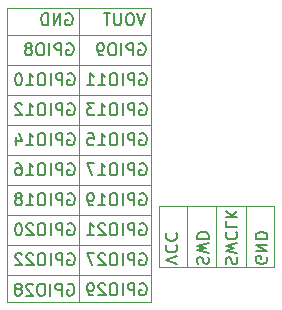
<source format=gbr>
%TF.GenerationSoftware,KiCad,Pcbnew,(5.1.9)-1*%
%TF.CreationDate,2021-09-09T09:31:17+08:00*%
%TF.ProjectId,RP2040,52503230-3430-42e6-9b69-6361645f7063,rev?*%
%TF.SameCoordinates,Original*%
%TF.FileFunction,Legend,Bot*%
%TF.FilePolarity,Positive*%
%FSLAX46Y46*%
G04 Gerber Fmt 4.6, Leading zero omitted, Abs format (unit mm)*
G04 Created by KiCad (PCBNEW (5.1.9)-1) date 2021-09-09 09:31:17*
%MOMM*%
%LPD*%
G01*
G04 APERTURE LIST*
%ADD10C,0.120000*%
%ADD11C,0.150000*%
G04 APERTURE END LIST*
D10*
X152400000Y-93218000D02*
X152400000Y-98425000D01*
X149860000Y-93218000D02*
X149860000Y-98425000D01*
X147447000Y-98425000D02*
X147447000Y-93218000D01*
X145034000Y-93218000D02*
X145034000Y-98425000D01*
X154813000Y-93218000D02*
X145034000Y-93218000D01*
X154813000Y-98425000D02*
X154813000Y-93218000D01*
X145034000Y-98425000D02*
X154813000Y-98425000D01*
D11*
X154170000Y-97535904D02*
X154217619Y-97631142D01*
X154217619Y-97774000D01*
X154170000Y-97916857D01*
X154074761Y-98012095D01*
X153979523Y-98059714D01*
X153789047Y-98107333D01*
X153646190Y-98107333D01*
X153455714Y-98059714D01*
X153360476Y-98012095D01*
X153265238Y-97916857D01*
X153217619Y-97774000D01*
X153217619Y-97678761D01*
X153265238Y-97535904D01*
X153312857Y-97488285D01*
X153646190Y-97488285D01*
X153646190Y-97678761D01*
X153217619Y-97059714D02*
X154217619Y-97059714D01*
X153217619Y-96488285D01*
X154217619Y-96488285D01*
X153217619Y-96012095D02*
X154217619Y-96012095D01*
X154217619Y-95774000D01*
X154170000Y-95631142D01*
X154074761Y-95535904D01*
X153979523Y-95488285D01*
X153789047Y-95440666D01*
X153646190Y-95440666D01*
X153455714Y-95488285D01*
X153360476Y-95535904D01*
X153265238Y-95631142D01*
X153217619Y-95774000D01*
X153217619Y-96012095D01*
X150725238Y-98146904D02*
X150677619Y-98004047D01*
X150677619Y-97765952D01*
X150725238Y-97670714D01*
X150772857Y-97623095D01*
X150868095Y-97575476D01*
X150963333Y-97575476D01*
X151058571Y-97623095D01*
X151106190Y-97670714D01*
X151153809Y-97765952D01*
X151201428Y-97956428D01*
X151249047Y-98051666D01*
X151296666Y-98099285D01*
X151391904Y-98146904D01*
X151487142Y-98146904D01*
X151582380Y-98099285D01*
X151630000Y-98051666D01*
X151677619Y-97956428D01*
X151677619Y-97718333D01*
X151630000Y-97575476D01*
X151677619Y-97242142D02*
X150677619Y-97004047D01*
X151391904Y-96813571D01*
X150677619Y-96623095D01*
X151677619Y-96385000D01*
X150772857Y-95432619D02*
X150725238Y-95480238D01*
X150677619Y-95623095D01*
X150677619Y-95718333D01*
X150725238Y-95861190D01*
X150820476Y-95956428D01*
X150915714Y-96004047D01*
X151106190Y-96051666D01*
X151249047Y-96051666D01*
X151439523Y-96004047D01*
X151534761Y-95956428D01*
X151630000Y-95861190D01*
X151677619Y-95718333D01*
X151677619Y-95623095D01*
X151630000Y-95480238D01*
X151582380Y-95432619D01*
X150677619Y-94527857D02*
X150677619Y-95004047D01*
X151677619Y-95004047D01*
X150677619Y-94194523D02*
X151677619Y-94194523D01*
X150677619Y-93623095D02*
X151249047Y-94051666D01*
X151677619Y-93623095D02*
X151106190Y-94194523D01*
X148312238Y-98131142D02*
X148264619Y-97988285D01*
X148264619Y-97750190D01*
X148312238Y-97654952D01*
X148359857Y-97607333D01*
X148455095Y-97559714D01*
X148550333Y-97559714D01*
X148645571Y-97607333D01*
X148693190Y-97654952D01*
X148740809Y-97750190D01*
X148788428Y-97940666D01*
X148836047Y-98035904D01*
X148883666Y-98083523D01*
X148978904Y-98131142D01*
X149074142Y-98131142D01*
X149169380Y-98083523D01*
X149217000Y-98035904D01*
X149264619Y-97940666D01*
X149264619Y-97702571D01*
X149217000Y-97559714D01*
X149264619Y-97226380D02*
X148264619Y-96988285D01*
X148978904Y-96797809D01*
X148264619Y-96607333D01*
X149264619Y-96369238D01*
X148264619Y-95988285D02*
X149264619Y-95988285D01*
X149264619Y-95750190D01*
X149217000Y-95607333D01*
X149121761Y-95512095D01*
X149026523Y-95464476D01*
X148836047Y-95416857D01*
X148693190Y-95416857D01*
X148502714Y-95464476D01*
X148407476Y-95512095D01*
X148312238Y-95607333D01*
X148264619Y-95750190D01*
X148264619Y-95988285D01*
X146597619Y-98107333D02*
X145597619Y-97774000D01*
X146597619Y-97440666D01*
X145692857Y-96535904D02*
X145645238Y-96583523D01*
X145597619Y-96726380D01*
X145597619Y-96821619D01*
X145645238Y-96964476D01*
X145740476Y-97059714D01*
X145835714Y-97107333D01*
X146026190Y-97154952D01*
X146169047Y-97154952D01*
X146359523Y-97107333D01*
X146454761Y-97059714D01*
X146550000Y-96964476D01*
X146597619Y-96821619D01*
X146597619Y-96726380D01*
X146550000Y-96583523D01*
X146502380Y-96535904D01*
X145692857Y-95535904D02*
X145645238Y-95583523D01*
X145597619Y-95726380D01*
X145597619Y-95821619D01*
X145645238Y-95964476D01*
X145740476Y-96059714D01*
X145835714Y-96107333D01*
X146026190Y-96154952D01*
X146169047Y-96154952D01*
X146359523Y-96107333D01*
X146454761Y-96059714D01*
X146550000Y-95964476D01*
X146597619Y-95821619D01*
X146597619Y-95726380D01*
X146550000Y-95583523D01*
X146502380Y-95535904D01*
D10*
X138303000Y-101346000D02*
X138303000Y-76454000D01*
X132207000Y-99060000D02*
X144399000Y-99060000D01*
X132207000Y-96520000D02*
X144399000Y-96520000D01*
X132207000Y-93980000D02*
X144399000Y-93980000D01*
X132207000Y-91440000D02*
X144399000Y-91440000D01*
X132207000Y-88900000D02*
X144399000Y-88900000D01*
X132207000Y-86360000D02*
X144399000Y-86360000D01*
X132207000Y-83820000D02*
X144399000Y-83820000D01*
X132207000Y-81280000D02*
X144399000Y-81280000D01*
X132207000Y-78740000D02*
X144399000Y-78740000D01*
X132207000Y-101346000D02*
X132207000Y-76454000D01*
X144399000Y-101346000D02*
X132207000Y-101346000D01*
X144399000Y-76454000D02*
X144399000Y-101346000D01*
X132207000Y-76454000D02*
X144399000Y-76454000D01*
D11*
X143430380Y-99830000D02*
X143525619Y-99782380D01*
X143668476Y-99782380D01*
X143811333Y-99830000D01*
X143906571Y-99925238D01*
X143954190Y-100020476D01*
X144001809Y-100210952D01*
X144001809Y-100353809D01*
X143954190Y-100544285D01*
X143906571Y-100639523D01*
X143811333Y-100734761D01*
X143668476Y-100782380D01*
X143573238Y-100782380D01*
X143430380Y-100734761D01*
X143382761Y-100687142D01*
X143382761Y-100353809D01*
X143573238Y-100353809D01*
X142954190Y-100782380D02*
X142954190Y-99782380D01*
X142573238Y-99782380D01*
X142478000Y-99830000D01*
X142430380Y-99877619D01*
X142382761Y-99972857D01*
X142382761Y-100115714D01*
X142430380Y-100210952D01*
X142478000Y-100258571D01*
X142573238Y-100306190D01*
X142954190Y-100306190D01*
X141954190Y-100782380D02*
X141954190Y-99782380D01*
X141287523Y-99782380D02*
X141097047Y-99782380D01*
X141001809Y-99830000D01*
X140906571Y-99925238D01*
X140858952Y-100115714D01*
X140858952Y-100449047D01*
X140906571Y-100639523D01*
X141001809Y-100734761D01*
X141097047Y-100782380D01*
X141287523Y-100782380D01*
X141382761Y-100734761D01*
X141478000Y-100639523D01*
X141525619Y-100449047D01*
X141525619Y-100115714D01*
X141478000Y-99925238D01*
X141382761Y-99830000D01*
X141287523Y-99782380D01*
X140478000Y-99877619D02*
X140430380Y-99830000D01*
X140335142Y-99782380D01*
X140097047Y-99782380D01*
X140001809Y-99830000D01*
X139954190Y-99877619D01*
X139906571Y-99972857D01*
X139906571Y-100068095D01*
X139954190Y-100210952D01*
X140525619Y-100782380D01*
X139906571Y-100782380D01*
X139430380Y-100782380D02*
X139239904Y-100782380D01*
X139144666Y-100734761D01*
X139097047Y-100687142D01*
X139001809Y-100544285D01*
X138954190Y-100353809D01*
X138954190Y-99972857D01*
X139001809Y-99877619D01*
X139049428Y-99830000D01*
X139144666Y-99782380D01*
X139335142Y-99782380D01*
X139430380Y-99830000D01*
X139478000Y-99877619D01*
X139525619Y-99972857D01*
X139525619Y-100210952D01*
X139478000Y-100306190D01*
X139430380Y-100353809D01*
X139335142Y-100401428D01*
X139144666Y-100401428D01*
X139049428Y-100353809D01*
X139001809Y-100306190D01*
X138954190Y-100210952D01*
X137308980Y-99855400D02*
X137404219Y-99807780D01*
X137547076Y-99807780D01*
X137689933Y-99855400D01*
X137785171Y-99950638D01*
X137832790Y-100045876D01*
X137880409Y-100236352D01*
X137880409Y-100379209D01*
X137832790Y-100569685D01*
X137785171Y-100664923D01*
X137689933Y-100760161D01*
X137547076Y-100807780D01*
X137451838Y-100807780D01*
X137308980Y-100760161D01*
X137261361Y-100712542D01*
X137261361Y-100379209D01*
X137451838Y-100379209D01*
X136832790Y-100807780D02*
X136832790Y-99807780D01*
X136451838Y-99807780D01*
X136356600Y-99855400D01*
X136308980Y-99903019D01*
X136261361Y-99998257D01*
X136261361Y-100141114D01*
X136308980Y-100236352D01*
X136356600Y-100283971D01*
X136451838Y-100331590D01*
X136832790Y-100331590D01*
X135832790Y-100807780D02*
X135832790Y-99807780D01*
X135166123Y-99807780D02*
X134975647Y-99807780D01*
X134880409Y-99855400D01*
X134785171Y-99950638D01*
X134737552Y-100141114D01*
X134737552Y-100474447D01*
X134785171Y-100664923D01*
X134880409Y-100760161D01*
X134975647Y-100807780D01*
X135166123Y-100807780D01*
X135261361Y-100760161D01*
X135356600Y-100664923D01*
X135404219Y-100474447D01*
X135404219Y-100141114D01*
X135356600Y-99950638D01*
X135261361Y-99855400D01*
X135166123Y-99807780D01*
X134356600Y-99903019D02*
X134308980Y-99855400D01*
X134213742Y-99807780D01*
X133975647Y-99807780D01*
X133880409Y-99855400D01*
X133832790Y-99903019D01*
X133785171Y-99998257D01*
X133785171Y-100093495D01*
X133832790Y-100236352D01*
X134404219Y-100807780D01*
X133785171Y-100807780D01*
X133213742Y-100236352D02*
X133308980Y-100188733D01*
X133356600Y-100141114D01*
X133404219Y-100045876D01*
X133404219Y-99998257D01*
X133356600Y-99903019D01*
X133308980Y-99855400D01*
X133213742Y-99807780D01*
X133023266Y-99807780D01*
X132928028Y-99855400D01*
X132880409Y-99903019D01*
X132832790Y-99998257D01*
X132832790Y-100045876D01*
X132880409Y-100141114D01*
X132928028Y-100188733D01*
X133023266Y-100236352D01*
X133213742Y-100236352D01*
X133308980Y-100283971D01*
X133356600Y-100331590D01*
X133404219Y-100426828D01*
X133404219Y-100617304D01*
X133356600Y-100712542D01*
X133308980Y-100760161D01*
X133213742Y-100807780D01*
X133023266Y-100807780D01*
X132928028Y-100760161D01*
X132880409Y-100712542D01*
X132832790Y-100617304D01*
X132832790Y-100426828D01*
X132880409Y-100331590D01*
X132928028Y-100283971D01*
X133023266Y-100236352D01*
X143430380Y-97290000D02*
X143525619Y-97242380D01*
X143668476Y-97242380D01*
X143811333Y-97290000D01*
X143906571Y-97385238D01*
X143954190Y-97480476D01*
X144001809Y-97670952D01*
X144001809Y-97813809D01*
X143954190Y-98004285D01*
X143906571Y-98099523D01*
X143811333Y-98194761D01*
X143668476Y-98242380D01*
X143573238Y-98242380D01*
X143430380Y-98194761D01*
X143382761Y-98147142D01*
X143382761Y-97813809D01*
X143573238Y-97813809D01*
X142954190Y-98242380D02*
X142954190Y-97242380D01*
X142573238Y-97242380D01*
X142478000Y-97290000D01*
X142430380Y-97337619D01*
X142382761Y-97432857D01*
X142382761Y-97575714D01*
X142430380Y-97670952D01*
X142478000Y-97718571D01*
X142573238Y-97766190D01*
X142954190Y-97766190D01*
X141954190Y-98242380D02*
X141954190Y-97242380D01*
X141287523Y-97242380D02*
X141097047Y-97242380D01*
X141001809Y-97290000D01*
X140906571Y-97385238D01*
X140858952Y-97575714D01*
X140858952Y-97909047D01*
X140906571Y-98099523D01*
X141001809Y-98194761D01*
X141097047Y-98242380D01*
X141287523Y-98242380D01*
X141382761Y-98194761D01*
X141478000Y-98099523D01*
X141525619Y-97909047D01*
X141525619Y-97575714D01*
X141478000Y-97385238D01*
X141382761Y-97290000D01*
X141287523Y-97242380D01*
X140478000Y-97337619D02*
X140430380Y-97290000D01*
X140335142Y-97242380D01*
X140097047Y-97242380D01*
X140001809Y-97290000D01*
X139954190Y-97337619D01*
X139906571Y-97432857D01*
X139906571Y-97528095D01*
X139954190Y-97670952D01*
X140525619Y-98242380D01*
X139906571Y-98242380D01*
X139573238Y-97242380D02*
X138906571Y-97242380D01*
X139335142Y-98242380D01*
X137334380Y-97290000D02*
X137429619Y-97242380D01*
X137572476Y-97242380D01*
X137715333Y-97290000D01*
X137810571Y-97385238D01*
X137858190Y-97480476D01*
X137905809Y-97670952D01*
X137905809Y-97813809D01*
X137858190Y-98004285D01*
X137810571Y-98099523D01*
X137715333Y-98194761D01*
X137572476Y-98242380D01*
X137477238Y-98242380D01*
X137334380Y-98194761D01*
X137286761Y-98147142D01*
X137286761Y-97813809D01*
X137477238Y-97813809D01*
X136858190Y-98242380D02*
X136858190Y-97242380D01*
X136477238Y-97242380D01*
X136382000Y-97290000D01*
X136334380Y-97337619D01*
X136286761Y-97432857D01*
X136286761Y-97575714D01*
X136334380Y-97670952D01*
X136382000Y-97718571D01*
X136477238Y-97766190D01*
X136858190Y-97766190D01*
X135858190Y-98242380D02*
X135858190Y-97242380D01*
X135191523Y-97242380D02*
X135001047Y-97242380D01*
X134905809Y-97290000D01*
X134810571Y-97385238D01*
X134762952Y-97575714D01*
X134762952Y-97909047D01*
X134810571Y-98099523D01*
X134905809Y-98194761D01*
X135001047Y-98242380D01*
X135191523Y-98242380D01*
X135286761Y-98194761D01*
X135382000Y-98099523D01*
X135429619Y-97909047D01*
X135429619Y-97575714D01*
X135382000Y-97385238D01*
X135286761Y-97290000D01*
X135191523Y-97242380D01*
X134382000Y-97337619D02*
X134334380Y-97290000D01*
X134239142Y-97242380D01*
X134001047Y-97242380D01*
X133905809Y-97290000D01*
X133858190Y-97337619D01*
X133810571Y-97432857D01*
X133810571Y-97528095D01*
X133858190Y-97670952D01*
X134429619Y-98242380D01*
X133810571Y-98242380D01*
X133429619Y-97337619D02*
X133382000Y-97290000D01*
X133286761Y-97242380D01*
X133048666Y-97242380D01*
X132953428Y-97290000D01*
X132905809Y-97337619D01*
X132858190Y-97432857D01*
X132858190Y-97528095D01*
X132905809Y-97670952D01*
X133477238Y-98242380D01*
X132858190Y-98242380D01*
X143430380Y-94750000D02*
X143525619Y-94702380D01*
X143668476Y-94702380D01*
X143811333Y-94750000D01*
X143906571Y-94845238D01*
X143954190Y-94940476D01*
X144001809Y-95130952D01*
X144001809Y-95273809D01*
X143954190Y-95464285D01*
X143906571Y-95559523D01*
X143811333Y-95654761D01*
X143668476Y-95702380D01*
X143573238Y-95702380D01*
X143430380Y-95654761D01*
X143382761Y-95607142D01*
X143382761Y-95273809D01*
X143573238Y-95273809D01*
X142954190Y-95702380D02*
X142954190Y-94702380D01*
X142573238Y-94702380D01*
X142478000Y-94750000D01*
X142430380Y-94797619D01*
X142382761Y-94892857D01*
X142382761Y-95035714D01*
X142430380Y-95130952D01*
X142478000Y-95178571D01*
X142573238Y-95226190D01*
X142954190Y-95226190D01*
X141954190Y-95702380D02*
X141954190Y-94702380D01*
X141287523Y-94702380D02*
X141097047Y-94702380D01*
X141001809Y-94750000D01*
X140906571Y-94845238D01*
X140858952Y-95035714D01*
X140858952Y-95369047D01*
X140906571Y-95559523D01*
X141001809Y-95654761D01*
X141097047Y-95702380D01*
X141287523Y-95702380D01*
X141382761Y-95654761D01*
X141478000Y-95559523D01*
X141525619Y-95369047D01*
X141525619Y-95035714D01*
X141478000Y-94845238D01*
X141382761Y-94750000D01*
X141287523Y-94702380D01*
X140478000Y-94797619D02*
X140430380Y-94750000D01*
X140335142Y-94702380D01*
X140097047Y-94702380D01*
X140001809Y-94750000D01*
X139954190Y-94797619D01*
X139906571Y-94892857D01*
X139906571Y-94988095D01*
X139954190Y-95130952D01*
X140525619Y-95702380D01*
X139906571Y-95702380D01*
X138954190Y-95702380D02*
X139525619Y-95702380D01*
X139239904Y-95702380D02*
X139239904Y-94702380D01*
X139335142Y-94845238D01*
X139430380Y-94940476D01*
X139525619Y-94988095D01*
X137334380Y-94750000D02*
X137429619Y-94702380D01*
X137572476Y-94702380D01*
X137715333Y-94750000D01*
X137810571Y-94845238D01*
X137858190Y-94940476D01*
X137905809Y-95130952D01*
X137905809Y-95273809D01*
X137858190Y-95464285D01*
X137810571Y-95559523D01*
X137715333Y-95654761D01*
X137572476Y-95702380D01*
X137477238Y-95702380D01*
X137334380Y-95654761D01*
X137286761Y-95607142D01*
X137286761Y-95273809D01*
X137477238Y-95273809D01*
X136858190Y-95702380D02*
X136858190Y-94702380D01*
X136477238Y-94702380D01*
X136382000Y-94750000D01*
X136334380Y-94797619D01*
X136286761Y-94892857D01*
X136286761Y-95035714D01*
X136334380Y-95130952D01*
X136382000Y-95178571D01*
X136477238Y-95226190D01*
X136858190Y-95226190D01*
X135858190Y-95702380D02*
X135858190Y-94702380D01*
X135191523Y-94702380D02*
X135001047Y-94702380D01*
X134905809Y-94750000D01*
X134810571Y-94845238D01*
X134762952Y-95035714D01*
X134762952Y-95369047D01*
X134810571Y-95559523D01*
X134905809Y-95654761D01*
X135001047Y-95702380D01*
X135191523Y-95702380D01*
X135286761Y-95654761D01*
X135382000Y-95559523D01*
X135429619Y-95369047D01*
X135429619Y-95035714D01*
X135382000Y-94845238D01*
X135286761Y-94750000D01*
X135191523Y-94702380D01*
X134382000Y-94797619D02*
X134334380Y-94750000D01*
X134239142Y-94702380D01*
X134001047Y-94702380D01*
X133905809Y-94750000D01*
X133858190Y-94797619D01*
X133810571Y-94892857D01*
X133810571Y-94988095D01*
X133858190Y-95130952D01*
X134429619Y-95702380D01*
X133810571Y-95702380D01*
X133191523Y-94702380D02*
X133096285Y-94702380D01*
X133001047Y-94750000D01*
X132953428Y-94797619D01*
X132905809Y-94892857D01*
X132858190Y-95083333D01*
X132858190Y-95321428D01*
X132905809Y-95511904D01*
X132953428Y-95607142D01*
X133001047Y-95654761D01*
X133096285Y-95702380D01*
X133191523Y-95702380D01*
X133286761Y-95654761D01*
X133334380Y-95607142D01*
X133382000Y-95511904D01*
X133429619Y-95321428D01*
X133429619Y-95083333D01*
X133382000Y-94892857D01*
X133334380Y-94797619D01*
X133286761Y-94750000D01*
X133191523Y-94702380D01*
X143430380Y-92210000D02*
X143525619Y-92162380D01*
X143668476Y-92162380D01*
X143811333Y-92210000D01*
X143906571Y-92305238D01*
X143954190Y-92400476D01*
X144001809Y-92590952D01*
X144001809Y-92733809D01*
X143954190Y-92924285D01*
X143906571Y-93019523D01*
X143811333Y-93114761D01*
X143668476Y-93162380D01*
X143573238Y-93162380D01*
X143430380Y-93114761D01*
X143382761Y-93067142D01*
X143382761Y-92733809D01*
X143573238Y-92733809D01*
X142954190Y-93162380D02*
X142954190Y-92162380D01*
X142573238Y-92162380D01*
X142478000Y-92210000D01*
X142430380Y-92257619D01*
X142382761Y-92352857D01*
X142382761Y-92495714D01*
X142430380Y-92590952D01*
X142478000Y-92638571D01*
X142573238Y-92686190D01*
X142954190Y-92686190D01*
X141954190Y-93162380D02*
X141954190Y-92162380D01*
X141287523Y-92162380D02*
X141097047Y-92162380D01*
X141001809Y-92210000D01*
X140906571Y-92305238D01*
X140858952Y-92495714D01*
X140858952Y-92829047D01*
X140906571Y-93019523D01*
X141001809Y-93114761D01*
X141097047Y-93162380D01*
X141287523Y-93162380D01*
X141382761Y-93114761D01*
X141478000Y-93019523D01*
X141525619Y-92829047D01*
X141525619Y-92495714D01*
X141478000Y-92305238D01*
X141382761Y-92210000D01*
X141287523Y-92162380D01*
X139906571Y-93162380D02*
X140478000Y-93162380D01*
X140192285Y-93162380D02*
X140192285Y-92162380D01*
X140287523Y-92305238D01*
X140382761Y-92400476D01*
X140478000Y-92448095D01*
X139430380Y-93162380D02*
X139239904Y-93162380D01*
X139144666Y-93114761D01*
X139097047Y-93067142D01*
X139001809Y-92924285D01*
X138954190Y-92733809D01*
X138954190Y-92352857D01*
X139001809Y-92257619D01*
X139049428Y-92210000D01*
X139144666Y-92162380D01*
X139335142Y-92162380D01*
X139430380Y-92210000D01*
X139478000Y-92257619D01*
X139525619Y-92352857D01*
X139525619Y-92590952D01*
X139478000Y-92686190D01*
X139430380Y-92733809D01*
X139335142Y-92781428D01*
X139144666Y-92781428D01*
X139049428Y-92733809D01*
X139001809Y-92686190D01*
X138954190Y-92590952D01*
X137334380Y-92210000D02*
X137429619Y-92162380D01*
X137572476Y-92162380D01*
X137715333Y-92210000D01*
X137810571Y-92305238D01*
X137858190Y-92400476D01*
X137905809Y-92590952D01*
X137905809Y-92733809D01*
X137858190Y-92924285D01*
X137810571Y-93019523D01*
X137715333Y-93114761D01*
X137572476Y-93162380D01*
X137477238Y-93162380D01*
X137334380Y-93114761D01*
X137286761Y-93067142D01*
X137286761Y-92733809D01*
X137477238Y-92733809D01*
X136858190Y-93162380D02*
X136858190Y-92162380D01*
X136477238Y-92162380D01*
X136382000Y-92210000D01*
X136334380Y-92257619D01*
X136286761Y-92352857D01*
X136286761Y-92495714D01*
X136334380Y-92590952D01*
X136382000Y-92638571D01*
X136477238Y-92686190D01*
X136858190Y-92686190D01*
X135858190Y-93162380D02*
X135858190Y-92162380D01*
X135191523Y-92162380D02*
X135001047Y-92162380D01*
X134905809Y-92210000D01*
X134810571Y-92305238D01*
X134762952Y-92495714D01*
X134762952Y-92829047D01*
X134810571Y-93019523D01*
X134905809Y-93114761D01*
X135001047Y-93162380D01*
X135191523Y-93162380D01*
X135286761Y-93114761D01*
X135382000Y-93019523D01*
X135429619Y-92829047D01*
X135429619Y-92495714D01*
X135382000Y-92305238D01*
X135286761Y-92210000D01*
X135191523Y-92162380D01*
X133810571Y-93162380D02*
X134382000Y-93162380D01*
X134096285Y-93162380D02*
X134096285Y-92162380D01*
X134191523Y-92305238D01*
X134286761Y-92400476D01*
X134382000Y-92448095D01*
X133239142Y-92590952D02*
X133334380Y-92543333D01*
X133382000Y-92495714D01*
X133429619Y-92400476D01*
X133429619Y-92352857D01*
X133382000Y-92257619D01*
X133334380Y-92210000D01*
X133239142Y-92162380D01*
X133048666Y-92162380D01*
X132953428Y-92210000D01*
X132905809Y-92257619D01*
X132858190Y-92352857D01*
X132858190Y-92400476D01*
X132905809Y-92495714D01*
X132953428Y-92543333D01*
X133048666Y-92590952D01*
X133239142Y-92590952D01*
X133334380Y-92638571D01*
X133382000Y-92686190D01*
X133429619Y-92781428D01*
X133429619Y-92971904D01*
X133382000Y-93067142D01*
X133334380Y-93114761D01*
X133239142Y-93162380D01*
X133048666Y-93162380D01*
X132953428Y-93114761D01*
X132905809Y-93067142D01*
X132858190Y-92971904D01*
X132858190Y-92781428D01*
X132905809Y-92686190D01*
X132953428Y-92638571D01*
X133048666Y-92590952D01*
X143430380Y-89670000D02*
X143525619Y-89622380D01*
X143668476Y-89622380D01*
X143811333Y-89670000D01*
X143906571Y-89765238D01*
X143954190Y-89860476D01*
X144001809Y-90050952D01*
X144001809Y-90193809D01*
X143954190Y-90384285D01*
X143906571Y-90479523D01*
X143811333Y-90574761D01*
X143668476Y-90622380D01*
X143573238Y-90622380D01*
X143430380Y-90574761D01*
X143382761Y-90527142D01*
X143382761Y-90193809D01*
X143573238Y-90193809D01*
X142954190Y-90622380D02*
X142954190Y-89622380D01*
X142573238Y-89622380D01*
X142478000Y-89670000D01*
X142430380Y-89717619D01*
X142382761Y-89812857D01*
X142382761Y-89955714D01*
X142430380Y-90050952D01*
X142478000Y-90098571D01*
X142573238Y-90146190D01*
X142954190Y-90146190D01*
X141954190Y-90622380D02*
X141954190Y-89622380D01*
X141287523Y-89622380D02*
X141097047Y-89622380D01*
X141001809Y-89670000D01*
X140906571Y-89765238D01*
X140858952Y-89955714D01*
X140858952Y-90289047D01*
X140906571Y-90479523D01*
X141001809Y-90574761D01*
X141097047Y-90622380D01*
X141287523Y-90622380D01*
X141382761Y-90574761D01*
X141478000Y-90479523D01*
X141525619Y-90289047D01*
X141525619Y-89955714D01*
X141478000Y-89765238D01*
X141382761Y-89670000D01*
X141287523Y-89622380D01*
X139906571Y-90622380D02*
X140478000Y-90622380D01*
X140192285Y-90622380D02*
X140192285Y-89622380D01*
X140287523Y-89765238D01*
X140382761Y-89860476D01*
X140478000Y-89908095D01*
X139573238Y-89622380D02*
X138906571Y-89622380D01*
X139335142Y-90622380D01*
X137334380Y-89670000D02*
X137429619Y-89622380D01*
X137572476Y-89622380D01*
X137715333Y-89670000D01*
X137810571Y-89765238D01*
X137858190Y-89860476D01*
X137905809Y-90050952D01*
X137905809Y-90193809D01*
X137858190Y-90384285D01*
X137810571Y-90479523D01*
X137715333Y-90574761D01*
X137572476Y-90622380D01*
X137477238Y-90622380D01*
X137334380Y-90574761D01*
X137286761Y-90527142D01*
X137286761Y-90193809D01*
X137477238Y-90193809D01*
X136858190Y-90622380D02*
X136858190Y-89622380D01*
X136477238Y-89622380D01*
X136382000Y-89670000D01*
X136334380Y-89717619D01*
X136286761Y-89812857D01*
X136286761Y-89955714D01*
X136334380Y-90050952D01*
X136382000Y-90098571D01*
X136477238Y-90146190D01*
X136858190Y-90146190D01*
X135858190Y-90622380D02*
X135858190Y-89622380D01*
X135191523Y-89622380D02*
X135001047Y-89622380D01*
X134905809Y-89670000D01*
X134810571Y-89765238D01*
X134762952Y-89955714D01*
X134762952Y-90289047D01*
X134810571Y-90479523D01*
X134905809Y-90574761D01*
X135001047Y-90622380D01*
X135191523Y-90622380D01*
X135286761Y-90574761D01*
X135382000Y-90479523D01*
X135429619Y-90289047D01*
X135429619Y-89955714D01*
X135382000Y-89765238D01*
X135286761Y-89670000D01*
X135191523Y-89622380D01*
X133810571Y-90622380D02*
X134382000Y-90622380D01*
X134096285Y-90622380D02*
X134096285Y-89622380D01*
X134191523Y-89765238D01*
X134286761Y-89860476D01*
X134382000Y-89908095D01*
X132953428Y-89622380D02*
X133143904Y-89622380D01*
X133239142Y-89670000D01*
X133286761Y-89717619D01*
X133382000Y-89860476D01*
X133429619Y-90050952D01*
X133429619Y-90431904D01*
X133382000Y-90527142D01*
X133334380Y-90574761D01*
X133239142Y-90622380D01*
X133048666Y-90622380D01*
X132953428Y-90574761D01*
X132905809Y-90527142D01*
X132858190Y-90431904D01*
X132858190Y-90193809D01*
X132905809Y-90098571D01*
X132953428Y-90050952D01*
X133048666Y-90003333D01*
X133239142Y-90003333D01*
X133334380Y-90050952D01*
X133382000Y-90098571D01*
X133429619Y-90193809D01*
X143430380Y-87130000D02*
X143525619Y-87082380D01*
X143668476Y-87082380D01*
X143811333Y-87130000D01*
X143906571Y-87225238D01*
X143954190Y-87320476D01*
X144001809Y-87510952D01*
X144001809Y-87653809D01*
X143954190Y-87844285D01*
X143906571Y-87939523D01*
X143811333Y-88034761D01*
X143668476Y-88082380D01*
X143573238Y-88082380D01*
X143430380Y-88034761D01*
X143382761Y-87987142D01*
X143382761Y-87653809D01*
X143573238Y-87653809D01*
X142954190Y-88082380D02*
X142954190Y-87082380D01*
X142573238Y-87082380D01*
X142478000Y-87130000D01*
X142430380Y-87177619D01*
X142382761Y-87272857D01*
X142382761Y-87415714D01*
X142430380Y-87510952D01*
X142478000Y-87558571D01*
X142573238Y-87606190D01*
X142954190Y-87606190D01*
X141954190Y-88082380D02*
X141954190Y-87082380D01*
X141287523Y-87082380D02*
X141097047Y-87082380D01*
X141001809Y-87130000D01*
X140906571Y-87225238D01*
X140858952Y-87415714D01*
X140858952Y-87749047D01*
X140906571Y-87939523D01*
X141001809Y-88034761D01*
X141097047Y-88082380D01*
X141287523Y-88082380D01*
X141382761Y-88034761D01*
X141478000Y-87939523D01*
X141525619Y-87749047D01*
X141525619Y-87415714D01*
X141478000Y-87225238D01*
X141382761Y-87130000D01*
X141287523Y-87082380D01*
X139906571Y-88082380D02*
X140478000Y-88082380D01*
X140192285Y-88082380D02*
X140192285Y-87082380D01*
X140287523Y-87225238D01*
X140382761Y-87320476D01*
X140478000Y-87368095D01*
X139001809Y-87082380D02*
X139478000Y-87082380D01*
X139525619Y-87558571D01*
X139478000Y-87510952D01*
X139382761Y-87463333D01*
X139144666Y-87463333D01*
X139049428Y-87510952D01*
X139001809Y-87558571D01*
X138954190Y-87653809D01*
X138954190Y-87891904D01*
X139001809Y-87987142D01*
X139049428Y-88034761D01*
X139144666Y-88082380D01*
X139382761Y-88082380D01*
X139478000Y-88034761D01*
X139525619Y-87987142D01*
X137334380Y-87130000D02*
X137429619Y-87082380D01*
X137572476Y-87082380D01*
X137715333Y-87130000D01*
X137810571Y-87225238D01*
X137858190Y-87320476D01*
X137905809Y-87510952D01*
X137905809Y-87653809D01*
X137858190Y-87844285D01*
X137810571Y-87939523D01*
X137715333Y-88034761D01*
X137572476Y-88082380D01*
X137477238Y-88082380D01*
X137334380Y-88034761D01*
X137286761Y-87987142D01*
X137286761Y-87653809D01*
X137477238Y-87653809D01*
X136858190Y-88082380D02*
X136858190Y-87082380D01*
X136477238Y-87082380D01*
X136382000Y-87130000D01*
X136334380Y-87177619D01*
X136286761Y-87272857D01*
X136286761Y-87415714D01*
X136334380Y-87510952D01*
X136382000Y-87558571D01*
X136477238Y-87606190D01*
X136858190Y-87606190D01*
X135858190Y-88082380D02*
X135858190Y-87082380D01*
X135191523Y-87082380D02*
X135001047Y-87082380D01*
X134905809Y-87130000D01*
X134810571Y-87225238D01*
X134762952Y-87415714D01*
X134762952Y-87749047D01*
X134810571Y-87939523D01*
X134905809Y-88034761D01*
X135001047Y-88082380D01*
X135191523Y-88082380D01*
X135286761Y-88034761D01*
X135382000Y-87939523D01*
X135429619Y-87749047D01*
X135429619Y-87415714D01*
X135382000Y-87225238D01*
X135286761Y-87130000D01*
X135191523Y-87082380D01*
X133810571Y-88082380D02*
X134382000Y-88082380D01*
X134096285Y-88082380D02*
X134096285Y-87082380D01*
X134191523Y-87225238D01*
X134286761Y-87320476D01*
X134382000Y-87368095D01*
X132953428Y-87415714D02*
X132953428Y-88082380D01*
X133191523Y-87034761D02*
X133429619Y-87749047D01*
X132810571Y-87749047D01*
X143430380Y-84590000D02*
X143525619Y-84542380D01*
X143668476Y-84542380D01*
X143811333Y-84590000D01*
X143906571Y-84685238D01*
X143954190Y-84780476D01*
X144001809Y-84970952D01*
X144001809Y-85113809D01*
X143954190Y-85304285D01*
X143906571Y-85399523D01*
X143811333Y-85494761D01*
X143668476Y-85542380D01*
X143573238Y-85542380D01*
X143430380Y-85494761D01*
X143382761Y-85447142D01*
X143382761Y-85113809D01*
X143573238Y-85113809D01*
X142954190Y-85542380D02*
X142954190Y-84542380D01*
X142573238Y-84542380D01*
X142478000Y-84590000D01*
X142430380Y-84637619D01*
X142382761Y-84732857D01*
X142382761Y-84875714D01*
X142430380Y-84970952D01*
X142478000Y-85018571D01*
X142573238Y-85066190D01*
X142954190Y-85066190D01*
X141954190Y-85542380D02*
X141954190Y-84542380D01*
X141287523Y-84542380D02*
X141097047Y-84542380D01*
X141001809Y-84590000D01*
X140906571Y-84685238D01*
X140858952Y-84875714D01*
X140858952Y-85209047D01*
X140906571Y-85399523D01*
X141001809Y-85494761D01*
X141097047Y-85542380D01*
X141287523Y-85542380D01*
X141382761Y-85494761D01*
X141478000Y-85399523D01*
X141525619Y-85209047D01*
X141525619Y-84875714D01*
X141478000Y-84685238D01*
X141382761Y-84590000D01*
X141287523Y-84542380D01*
X139906571Y-85542380D02*
X140478000Y-85542380D01*
X140192285Y-85542380D02*
X140192285Y-84542380D01*
X140287523Y-84685238D01*
X140382761Y-84780476D01*
X140478000Y-84828095D01*
X139573238Y-84542380D02*
X138954190Y-84542380D01*
X139287523Y-84923333D01*
X139144666Y-84923333D01*
X139049428Y-84970952D01*
X139001809Y-85018571D01*
X138954190Y-85113809D01*
X138954190Y-85351904D01*
X139001809Y-85447142D01*
X139049428Y-85494761D01*
X139144666Y-85542380D01*
X139430380Y-85542380D01*
X139525619Y-85494761D01*
X139573238Y-85447142D01*
X137334380Y-84590000D02*
X137429619Y-84542380D01*
X137572476Y-84542380D01*
X137715333Y-84590000D01*
X137810571Y-84685238D01*
X137858190Y-84780476D01*
X137905809Y-84970952D01*
X137905809Y-85113809D01*
X137858190Y-85304285D01*
X137810571Y-85399523D01*
X137715333Y-85494761D01*
X137572476Y-85542380D01*
X137477238Y-85542380D01*
X137334380Y-85494761D01*
X137286761Y-85447142D01*
X137286761Y-85113809D01*
X137477238Y-85113809D01*
X136858190Y-85542380D02*
X136858190Y-84542380D01*
X136477238Y-84542380D01*
X136382000Y-84590000D01*
X136334380Y-84637619D01*
X136286761Y-84732857D01*
X136286761Y-84875714D01*
X136334380Y-84970952D01*
X136382000Y-85018571D01*
X136477238Y-85066190D01*
X136858190Y-85066190D01*
X135858190Y-85542380D02*
X135858190Y-84542380D01*
X135191523Y-84542380D02*
X135001047Y-84542380D01*
X134905809Y-84590000D01*
X134810571Y-84685238D01*
X134762952Y-84875714D01*
X134762952Y-85209047D01*
X134810571Y-85399523D01*
X134905809Y-85494761D01*
X135001047Y-85542380D01*
X135191523Y-85542380D01*
X135286761Y-85494761D01*
X135382000Y-85399523D01*
X135429619Y-85209047D01*
X135429619Y-84875714D01*
X135382000Y-84685238D01*
X135286761Y-84590000D01*
X135191523Y-84542380D01*
X133810571Y-85542380D02*
X134382000Y-85542380D01*
X134096285Y-85542380D02*
X134096285Y-84542380D01*
X134191523Y-84685238D01*
X134286761Y-84780476D01*
X134382000Y-84828095D01*
X133429619Y-84637619D02*
X133382000Y-84590000D01*
X133286761Y-84542380D01*
X133048666Y-84542380D01*
X132953428Y-84590000D01*
X132905809Y-84637619D01*
X132858190Y-84732857D01*
X132858190Y-84828095D01*
X132905809Y-84970952D01*
X133477238Y-85542380D01*
X132858190Y-85542380D01*
X143430380Y-82050000D02*
X143525619Y-82002380D01*
X143668476Y-82002380D01*
X143811333Y-82050000D01*
X143906571Y-82145238D01*
X143954190Y-82240476D01*
X144001809Y-82430952D01*
X144001809Y-82573809D01*
X143954190Y-82764285D01*
X143906571Y-82859523D01*
X143811333Y-82954761D01*
X143668476Y-83002380D01*
X143573238Y-83002380D01*
X143430380Y-82954761D01*
X143382761Y-82907142D01*
X143382761Y-82573809D01*
X143573238Y-82573809D01*
X142954190Y-83002380D02*
X142954190Y-82002380D01*
X142573238Y-82002380D01*
X142478000Y-82050000D01*
X142430380Y-82097619D01*
X142382761Y-82192857D01*
X142382761Y-82335714D01*
X142430380Y-82430952D01*
X142478000Y-82478571D01*
X142573238Y-82526190D01*
X142954190Y-82526190D01*
X141954190Y-83002380D02*
X141954190Y-82002380D01*
X141287523Y-82002380D02*
X141097047Y-82002380D01*
X141001809Y-82050000D01*
X140906571Y-82145238D01*
X140858952Y-82335714D01*
X140858952Y-82669047D01*
X140906571Y-82859523D01*
X141001809Y-82954761D01*
X141097047Y-83002380D01*
X141287523Y-83002380D01*
X141382761Y-82954761D01*
X141478000Y-82859523D01*
X141525619Y-82669047D01*
X141525619Y-82335714D01*
X141478000Y-82145238D01*
X141382761Y-82050000D01*
X141287523Y-82002380D01*
X139906571Y-83002380D02*
X140478000Y-83002380D01*
X140192285Y-83002380D02*
X140192285Y-82002380D01*
X140287523Y-82145238D01*
X140382761Y-82240476D01*
X140478000Y-82288095D01*
X138954190Y-83002380D02*
X139525619Y-83002380D01*
X139239904Y-83002380D02*
X139239904Y-82002380D01*
X139335142Y-82145238D01*
X139430380Y-82240476D01*
X139525619Y-82288095D01*
X137334380Y-82050000D02*
X137429619Y-82002380D01*
X137572476Y-82002380D01*
X137715333Y-82050000D01*
X137810571Y-82145238D01*
X137858190Y-82240476D01*
X137905809Y-82430952D01*
X137905809Y-82573809D01*
X137858190Y-82764285D01*
X137810571Y-82859523D01*
X137715333Y-82954761D01*
X137572476Y-83002380D01*
X137477238Y-83002380D01*
X137334380Y-82954761D01*
X137286761Y-82907142D01*
X137286761Y-82573809D01*
X137477238Y-82573809D01*
X136858190Y-83002380D02*
X136858190Y-82002380D01*
X136477238Y-82002380D01*
X136382000Y-82050000D01*
X136334380Y-82097619D01*
X136286761Y-82192857D01*
X136286761Y-82335714D01*
X136334380Y-82430952D01*
X136382000Y-82478571D01*
X136477238Y-82526190D01*
X136858190Y-82526190D01*
X135858190Y-83002380D02*
X135858190Y-82002380D01*
X135191523Y-82002380D02*
X135001047Y-82002380D01*
X134905809Y-82050000D01*
X134810571Y-82145238D01*
X134762952Y-82335714D01*
X134762952Y-82669047D01*
X134810571Y-82859523D01*
X134905809Y-82954761D01*
X135001047Y-83002380D01*
X135191523Y-83002380D01*
X135286761Y-82954761D01*
X135382000Y-82859523D01*
X135429619Y-82669047D01*
X135429619Y-82335714D01*
X135382000Y-82145238D01*
X135286761Y-82050000D01*
X135191523Y-82002380D01*
X133810571Y-83002380D02*
X134382000Y-83002380D01*
X134096285Y-83002380D02*
X134096285Y-82002380D01*
X134191523Y-82145238D01*
X134286761Y-82240476D01*
X134382000Y-82288095D01*
X133191523Y-82002380D02*
X133096285Y-82002380D01*
X133001047Y-82050000D01*
X132953428Y-82097619D01*
X132905809Y-82192857D01*
X132858190Y-82383333D01*
X132858190Y-82621428D01*
X132905809Y-82811904D01*
X132953428Y-82907142D01*
X133001047Y-82954761D01*
X133096285Y-83002380D01*
X133191523Y-83002380D01*
X133286761Y-82954761D01*
X133334380Y-82907142D01*
X133382000Y-82811904D01*
X133429619Y-82621428D01*
X133429619Y-82383333D01*
X133382000Y-82192857D01*
X133334380Y-82097619D01*
X133286761Y-82050000D01*
X133191523Y-82002380D01*
X143335190Y-79510000D02*
X143430428Y-79462380D01*
X143573285Y-79462380D01*
X143716142Y-79510000D01*
X143811380Y-79605238D01*
X143859000Y-79700476D01*
X143906619Y-79890952D01*
X143906619Y-80033809D01*
X143859000Y-80224285D01*
X143811380Y-80319523D01*
X143716142Y-80414761D01*
X143573285Y-80462380D01*
X143478047Y-80462380D01*
X143335190Y-80414761D01*
X143287571Y-80367142D01*
X143287571Y-80033809D01*
X143478047Y-80033809D01*
X142859000Y-80462380D02*
X142859000Y-79462380D01*
X142478047Y-79462380D01*
X142382809Y-79510000D01*
X142335190Y-79557619D01*
X142287571Y-79652857D01*
X142287571Y-79795714D01*
X142335190Y-79890952D01*
X142382809Y-79938571D01*
X142478047Y-79986190D01*
X142859000Y-79986190D01*
X141859000Y-80462380D02*
X141859000Y-79462380D01*
X141192333Y-79462380D02*
X141001857Y-79462380D01*
X140906619Y-79510000D01*
X140811380Y-79605238D01*
X140763761Y-79795714D01*
X140763761Y-80129047D01*
X140811380Y-80319523D01*
X140906619Y-80414761D01*
X141001857Y-80462380D01*
X141192333Y-80462380D01*
X141287571Y-80414761D01*
X141382809Y-80319523D01*
X141430428Y-80129047D01*
X141430428Y-79795714D01*
X141382809Y-79605238D01*
X141287571Y-79510000D01*
X141192333Y-79462380D01*
X140287571Y-80462380D02*
X140097095Y-80462380D01*
X140001857Y-80414761D01*
X139954238Y-80367142D01*
X139859000Y-80224285D01*
X139811380Y-80033809D01*
X139811380Y-79652857D01*
X139859000Y-79557619D01*
X139906619Y-79510000D01*
X140001857Y-79462380D01*
X140192333Y-79462380D01*
X140287571Y-79510000D01*
X140335190Y-79557619D01*
X140382809Y-79652857D01*
X140382809Y-79890952D01*
X140335190Y-79986190D01*
X140287571Y-80033809D01*
X140192333Y-80081428D01*
X140001857Y-80081428D01*
X139906619Y-80033809D01*
X139859000Y-79986190D01*
X139811380Y-79890952D01*
X137239190Y-79510000D02*
X137334428Y-79462380D01*
X137477285Y-79462380D01*
X137620142Y-79510000D01*
X137715380Y-79605238D01*
X137763000Y-79700476D01*
X137810619Y-79890952D01*
X137810619Y-80033809D01*
X137763000Y-80224285D01*
X137715380Y-80319523D01*
X137620142Y-80414761D01*
X137477285Y-80462380D01*
X137382047Y-80462380D01*
X137239190Y-80414761D01*
X137191571Y-80367142D01*
X137191571Y-80033809D01*
X137382047Y-80033809D01*
X136763000Y-80462380D02*
X136763000Y-79462380D01*
X136382047Y-79462380D01*
X136286809Y-79510000D01*
X136239190Y-79557619D01*
X136191571Y-79652857D01*
X136191571Y-79795714D01*
X136239190Y-79890952D01*
X136286809Y-79938571D01*
X136382047Y-79986190D01*
X136763000Y-79986190D01*
X135763000Y-80462380D02*
X135763000Y-79462380D01*
X135096333Y-79462380D02*
X134905857Y-79462380D01*
X134810619Y-79510000D01*
X134715380Y-79605238D01*
X134667761Y-79795714D01*
X134667761Y-80129047D01*
X134715380Y-80319523D01*
X134810619Y-80414761D01*
X134905857Y-80462380D01*
X135096333Y-80462380D01*
X135191571Y-80414761D01*
X135286809Y-80319523D01*
X135334428Y-80129047D01*
X135334428Y-79795714D01*
X135286809Y-79605238D01*
X135191571Y-79510000D01*
X135096333Y-79462380D01*
X134096333Y-79890952D02*
X134191571Y-79843333D01*
X134239190Y-79795714D01*
X134286809Y-79700476D01*
X134286809Y-79652857D01*
X134239190Y-79557619D01*
X134191571Y-79510000D01*
X134096333Y-79462380D01*
X133905857Y-79462380D01*
X133810619Y-79510000D01*
X133763000Y-79557619D01*
X133715380Y-79652857D01*
X133715380Y-79700476D01*
X133763000Y-79795714D01*
X133810619Y-79843333D01*
X133905857Y-79890952D01*
X134096333Y-79890952D01*
X134191571Y-79938571D01*
X134239190Y-79986190D01*
X134286809Y-80081428D01*
X134286809Y-80271904D01*
X134239190Y-80367142D01*
X134191571Y-80414761D01*
X134096333Y-80462380D01*
X133905857Y-80462380D01*
X133810619Y-80414761D01*
X133763000Y-80367142D01*
X133715380Y-80271904D01*
X133715380Y-80081428D01*
X133763000Y-79986190D01*
X133810619Y-79938571D01*
X133905857Y-79890952D01*
X143874904Y-76922380D02*
X143541571Y-77922380D01*
X143208238Y-76922380D01*
X142684428Y-76922380D02*
X142493952Y-76922380D01*
X142398714Y-76970000D01*
X142303476Y-77065238D01*
X142255857Y-77255714D01*
X142255857Y-77589047D01*
X142303476Y-77779523D01*
X142398714Y-77874761D01*
X142493952Y-77922380D01*
X142684428Y-77922380D01*
X142779666Y-77874761D01*
X142874904Y-77779523D01*
X142922523Y-77589047D01*
X142922523Y-77255714D01*
X142874904Y-77065238D01*
X142779666Y-76970000D01*
X142684428Y-76922380D01*
X141827285Y-76922380D02*
X141827285Y-77731904D01*
X141779666Y-77827142D01*
X141732047Y-77874761D01*
X141636809Y-77922380D01*
X141446333Y-77922380D01*
X141351095Y-77874761D01*
X141303476Y-77827142D01*
X141255857Y-77731904D01*
X141255857Y-76922380D01*
X140922523Y-76922380D02*
X140351095Y-76922380D01*
X140636809Y-77922380D02*
X140636809Y-76922380D01*
X137159904Y-76970000D02*
X137255142Y-76922380D01*
X137398000Y-76922380D01*
X137540857Y-76970000D01*
X137636095Y-77065238D01*
X137683714Y-77160476D01*
X137731333Y-77350952D01*
X137731333Y-77493809D01*
X137683714Y-77684285D01*
X137636095Y-77779523D01*
X137540857Y-77874761D01*
X137398000Y-77922380D01*
X137302761Y-77922380D01*
X137159904Y-77874761D01*
X137112285Y-77827142D01*
X137112285Y-77493809D01*
X137302761Y-77493809D01*
X136683714Y-77922380D02*
X136683714Y-76922380D01*
X136112285Y-77922380D01*
X136112285Y-76922380D01*
X135636095Y-77922380D02*
X135636095Y-76922380D01*
X135398000Y-76922380D01*
X135255142Y-76970000D01*
X135159904Y-77065238D01*
X135112285Y-77160476D01*
X135064666Y-77350952D01*
X135064666Y-77493809D01*
X135112285Y-77684285D01*
X135159904Y-77779523D01*
X135255142Y-77874761D01*
X135398000Y-77922380D01*
X135636095Y-77922380D01*
M02*

</source>
